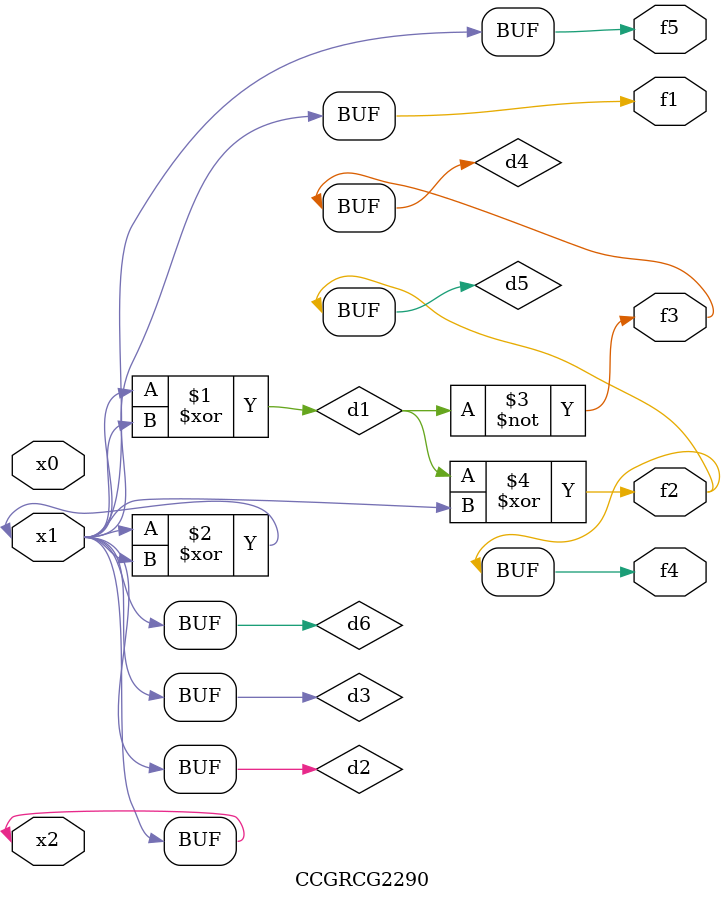
<source format=v>
module CCGRCG2290(
	input x0, x1, x2,
	output f1, f2, f3, f4, f5
);

	wire d1, d2, d3, d4, d5, d6;

	xor (d1, x1, x2);
	buf (d2, x1, x2);
	xor (d3, x1, x2);
	nor (d4, d1);
	xor (d5, d1, d2);
	buf (d6, d2, d3);
	assign f1 = d6;
	assign f2 = d5;
	assign f3 = d4;
	assign f4 = d5;
	assign f5 = d6;
endmodule

</source>
